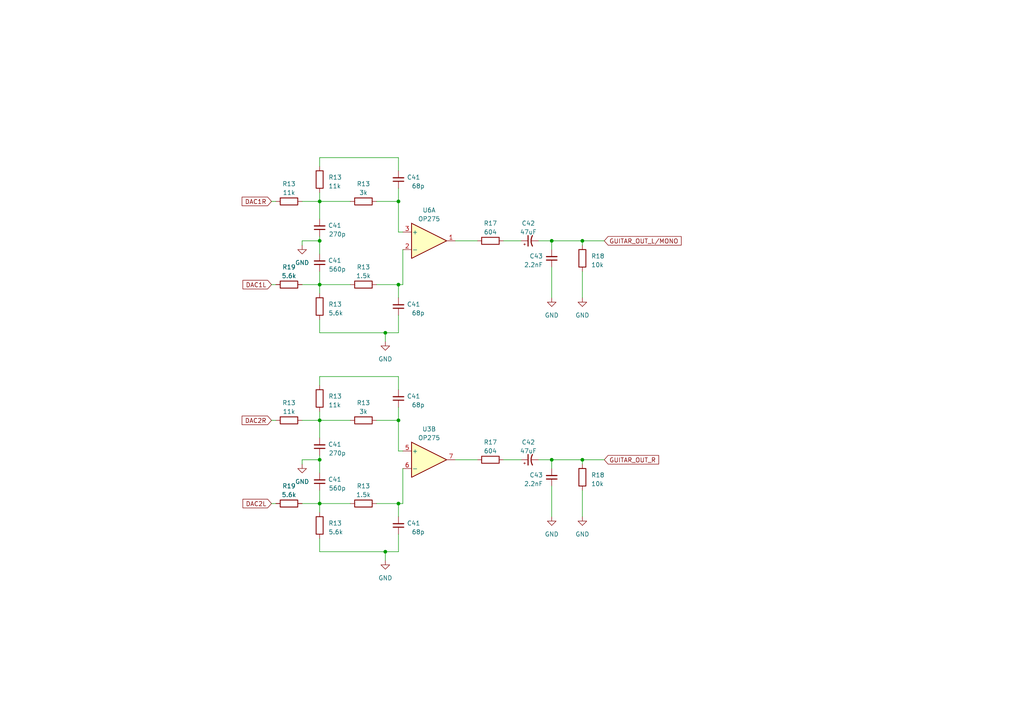
<source format=kicad_sch>
(kicad_sch (version 20230121) (generator eeschema)

  (uuid 214f6420-9ae0-40d6-a86d-5a98676175e9)

  (paper "A4")

  (lib_symbols
    (symbol "Amplifier_Operational:OP275" (pin_names (offset 0.127)) (in_bom yes) (on_board yes)
      (property "Reference" "U" (at 0 5.08 0)
        (effects (font (size 1.27 1.27)) (justify left))
      )
      (property "Value" "OP275" (at 0 -5.08 0)
        (effects (font (size 1.27 1.27)) (justify left))
      )
      (property "Footprint" "" (at 0 0 0)
        (effects (font (size 1.27 1.27)) hide)
      )
      (property "Datasheet" "https://www.analog.com/media/en/technical-documentation/data-sheets/OP275.pdf" (at 0 0 0)
        (effects (font (size 1.27 1.27)) hide)
      )
      (property "ki_locked" "" (at 0 0 0)
        (effects (font (size 1.27 1.27)))
      )
      (property "ki_keywords" "dual opamp" (at 0 0 0)
        (effects (font (size 1.27 1.27)) hide)
      )
      (property "ki_description" "Dual Bipolar/JFET, Audio Operational Amplifier, DIP-8/SOIC-8" (at 0 0 0)
        (effects (font (size 1.27 1.27)) hide)
      )
      (property "ki_fp_filters" "SOIC*3.9x4.9mm*P1.27mm* DIP*W7.62mm* TO*99* OnSemi*Micro8* TSSOP*3x3mm*P0.65mm* TSSOP*4.4x3mm*P0.65mm* MSOP*3x3mm*P0.65mm* SSOP*3.9x4.9mm*P0.635mm* LFCSP*2x2mm*P0.5mm* *SIP* SOIC*5.3x6.2mm*P1.27mm*" (at 0 0 0)
        (effects (font (size 1.27 1.27)) hide)
      )
      (symbol "OP275_1_1"
        (polyline
          (pts
            (xy -5.08 5.08)
            (xy 5.08 0)
            (xy -5.08 -5.08)
            (xy -5.08 5.08)
          )
          (stroke (width 0.254) (type default))
          (fill (type background))
        )
        (pin output line (at 7.62 0 180) (length 2.54)
          (name "~" (effects (font (size 1.27 1.27))))
          (number "1" (effects (font (size 1.27 1.27))))
        )
        (pin input line (at -7.62 -2.54 0) (length 2.54)
          (name "-" (effects (font (size 1.27 1.27))))
          (number "2" (effects (font (size 1.27 1.27))))
        )
        (pin input line (at -7.62 2.54 0) (length 2.54)
          (name "+" (effects (font (size 1.27 1.27))))
          (number "3" (effects (font (size 1.27 1.27))))
        )
      )
      (symbol "OP275_2_1"
        (polyline
          (pts
            (xy -5.08 5.08)
            (xy 5.08 0)
            (xy -5.08 -5.08)
            (xy -5.08 5.08)
          )
          (stroke (width 0.254) (type default))
          (fill (type background))
        )
        (pin input line (at -7.62 2.54 0) (length 2.54)
          (name "+" (effects (font (size 1.27 1.27))))
          (number "5" (effects (font (size 1.27 1.27))))
        )
        (pin input line (at -7.62 -2.54 0) (length 2.54)
          (name "-" (effects (font (size 1.27 1.27))))
          (number "6" (effects (font (size 1.27 1.27))))
        )
        (pin output line (at 7.62 0 180) (length 2.54)
          (name "~" (effects (font (size 1.27 1.27))))
          (number "7" (effects (font (size 1.27 1.27))))
        )
      )
      (symbol "OP275_3_1"
        (pin power_in line (at -2.54 -7.62 90) (length 3.81)
          (name "V-" (effects (font (size 1.27 1.27))))
          (number "4" (effects (font (size 1.27 1.27))))
        )
        (pin power_in line (at -2.54 7.62 270) (length 3.81)
          (name "V+" (effects (font (size 1.27 1.27))))
          (number "8" (effects (font (size 1.27 1.27))))
        )
      )
    )
    (symbol "Device:C_Polarized_Small_US" (pin_numbers hide) (pin_names (offset 0.254) hide) (in_bom yes) (on_board yes)
      (property "Reference" "C" (at 0.254 1.778 0)
        (effects (font (size 1.27 1.27)) (justify left))
      )
      (property "Value" "C_Polarized_Small_US" (at 0.254 -2.032 0)
        (effects (font (size 1.27 1.27)) (justify left))
      )
      (property "Footprint" "" (at 0 0 0)
        (effects (font (size 1.27 1.27)) hide)
      )
      (property "Datasheet" "~" (at 0 0 0)
        (effects (font (size 1.27 1.27)) hide)
      )
      (property "ki_keywords" "cap capacitor" (at 0 0 0)
        (effects (font (size 1.27 1.27)) hide)
      )
      (property "ki_description" "Polarized capacitor, small US symbol" (at 0 0 0)
        (effects (font (size 1.27 1.27)) hide)
      )
      (property "ki_fp_filters" "CP_*" (at 0 0 0)
        (effects (font (size 1.27 1.27)) hide)
      )
      (symbol "C_Polarized_Small_US_0_1"
        (polyline
          (pts
            (xy -1.524 0.508)
            (xy 1.524 0.508)
          )
          (stroke (width 0.3048) (type default))
          (fill (type none))
        )
        (polyline
          (pts
            (xy -1.27 1.524)
            (xy -0.762 1.524)
          )
          (stroke (width 0) (type default))
          (fill (type none))
        )
        (polyline
          (pts
            (xy -1.016 1.27)
            (xy -1.016 1.778)
          )
          (stroke (width 0) (type default))
          (fill (type none))
        )
        (arc (start 1.524 -0.762) (mid 0 -0.3734) (end -1.524 -0.762)
          (stroke (width 0.3048) (type default))
          (fill (type none))
        )
      )
      (symbol "C_Polarized_Small_US_1_1"
        (pin passive line (at 0 2.54 270) (length 2.032)
          (name "~" (effects (font (size 1.27 1.27))))
          (number "1" (effects (font (size 1.27 1.27))))
        )
        (pin passive line (at 0 -2.54 90) (length 2.032)
          (name "~" (effects (font (size 1.27 1.27))))
          (number "2" (effects (font (size 1.27 1.27))))
        )
      )
    )
    (symbol "Device:C_Small" (pin_numbers hide) (pin_names (offset 0.254) hide) (in_bom yes) (on_board yes)
      (property "Reference" "C" (at 0.254 1.778 0)
        (effects (font (size 1.27 1.27)) (justify left))
      )
      (property "Value" "C_Small" (at 0.254 -2.032 0)
        (effects (font (size 1.27 1.27)) (justify left))
      )
      (property "Footprint" "" (at 0 0 0)
        (effects (font (size 1.27 1.27)) hide)
      )
      (property "Datasheet" "~" (at 0 0 0)
        (effects (font (size 1.27 1.27)) hide)
      )
      (property "ki_keywords" "capacitor cap" (at 0 0 0)
        (effects (font (size 1.27 1.27)) hide)
      )
      (property "ki_description" "Unpolarized capacitor, small symbol" (at 0 0 0)
        (effects (font (size 1.27 1.27)) hide)
      )
      (property "ki_fp_filters" "C_*" (at 0 0 0)
        (effects (font (size 1.27 1.27)) hide)
      )
      (symbol "C_Small_0_1"
        (polyline
          (pts
            (xy -1.524 -0.508)
            (xy 1.524 -0.508)
          )
          (stroke (width 0.3302) (type default))
          (fill (type none))
        )
        (polyline
          (pts
            (xy -1.524 0.508)
            (xy 1.524 0.508)
          )
          (stroke (width 0.3048) (type default))
          (fill (type none))
        )
      )
      (symbol "C_Small_1_1"
        (pin passive line (at 0 2.54 270) (length 2.032)
          (name "~" (effects (font (size 1.27 1.27))))
          (number "1" (effects (font (size 1.27 1.27))))
        )
        (pin passive line (at 0 -2.54 90) (length 2.032)
          (name "~" (effects (font (size 1.27 1.27))))
          (number "2" (effects (font (size 1.27 1.27))))
        )
      )
    )
    (symbol "Device:R" (pin_numbers hide) (pin_names (offset 0)) (in_bom yes) (on_board yes)
      (property "Reference" "R" (at 2.032 0 90)
        (effects (font (size 1.27 1.27)))
      )
      (property "Value" "R" (at 0 0 90)
        (effects (font (size 1.27 1.27)))
      )
      (property "Footprint" "" (at -1.778 0 90)
        (effects (font (size 1.27 1.27)) hide)
      )
      (property "Datasheet" "~" (at 0 0 0)
        (effects (font (size 1.27 1.27)) hide)
      )
      (property "ki_keywords" "R res resistor" (at 0 0 0)
        (effects (font (size 1.27 1.27)) hide)
      )
      (property "ki_description" "Resistor" (at 0 0 0)
        (effects (font (size 1.27 1.27)) hide)
      )
      (property "ki_fp_filters" "R_*" (at 0 0 0)
        (effects (font (size 1.27 1.27)) hide)
      )
      (symbol "R_0_1"
        (rectangle (start -1.016 -2.54) (end 1.016 2.54)
          (stroke (width 0.254) (type default))
          (fill (type none))
        )
      )
      (symbol "R_1_1"
        (pin passive line (at 0 3.81 270) (length 1.27)
          (name "~" (effects (font (size 1.27 1.27))))
          (number "1" (effects (font (size 1.27 1.27))))
        )
        (pin passive line (at 0 -3.81 90) (length 1.27)
          (name "~" (effects (font (size 1.27 1.27))))
          (number "2" (effects (font (size 1.27 1.27))))
        )
      )
    )
    (symbol "power:GND" (power) (pin_names (offset 0)) (in_bom yes) (on_board yes)
      (property "Reference" "#PWR" (at 0 -6.35 0)
        (effects (font (size 1.27 1.27)) hide)
      )
      (property "Value" "GND" (at 0 -3.81 0)
        (effects (font (size 1.27 1.27)))
      )
      (property "Footprint" "" (at 0 0 0)
        (effects (font (size 1.27 1.27)) hide)
      )
      (property "Datasheet" "" (at 0 0 0)
        (effects (font (size 1.27 1.27)) hide)
      )
      (property "ki_keywords" "global power" (at 0 0 0)
        (effects (font (size 1.27 1.27)) hide)
      )
      (property "ki_description" "Power symbol creates a global label with name \"GND\" , ground" (at 0 0 0)
        (effects (font (size 1.27 1.27)) hide)
      )
      (symbol "GND_0_1"
        (polyline
          (pts
            (xy 0 0)
            (xy 0 -1.27)
            (xy 1.27 -1.27)
            (xy 0 -2.54)
            (xy -1.27 -1.27)
            (xy 0 -1.27)
          )
          (stroke (width 0) (type default))
          (fill (type none))
        )
      )
      (symbol "GND_1_1"
        (pin power_in line (at 0 0 270) (length 0) hide
          (name "GND" (effects (font (size 1.27 1.27))))
          (number "1" (effects (font (size 1.27 1.27))))
        )
      )
    )
  )

  (junction (at 92.71 69.85) (diameter 0) (color 0 0 0 0)
    (uuid 0aa0f85d-5fd7-4ae1-9c5f-d29c762d2133)
  )
  (junction (at 92.71 82.55) (diameter 0) (color 0 0 0 0)
    (uuid 0d47c757-4db6-465d-bfbf-5e783bec87d7)
  )
  (junction (at 160.02 69.85) (diameter 0) (color 0 0 0 0)
    (uuid 0ddf3788-4096-46b0-b002-9345bfd03361)
  )
  (junction (at 111.76 160.02) (diameter 0) (color 0 0 0 0)
    (uuid 3da1b427-cad5-42a3-b10b-23619639b133)
  )
  (junction (at 111.76 96.52) (diameter 0) (color 0 0 0 0)
    (uuid 509015ed-a428-430a-82d6-9a358e124425)
  )
  (junction (at 92.71 121.92) (diameter 0) (color 0 0 0 0)
    (uuid 523879c1-9892-4c67-94c5-d9ca0a3546fe)
  )
  (junction (at 115.57 58.42) (diameter 0) (color 0 0 0 0)
    (uuid 7f9b0ea5-78e5-4fc4-9bf8-9173a0fc7e42)
  )
  (junction (at 160.02 133.35) (diameter 0) (color 0 0 0 0)
    (uuid 823ea308-d6ec-416b-acd3-b36e6e260df4)
  )
  (junction (at 168.91 69.85) (diameter 0) (color 0 0 0 0)
    (uuid 93197bdc-0bad-466b-8092-272a2698f3c3)
  )
  (junction (at 92.71 146.05) (diameter 0) (color 0 0 0 0)
    (uuid a658ff07-2ccf-4bc1-ae07-bb5564d1b0d1)
  )
  (junction (at 115.57 82.55) (diameter 0) (color 0 0 0 0)
    (uuid a9842b3e-2b38-4002-b893-039221c52ab7)
  )
  (junction (at 115.57 146.05) (diameter 0) (color 0 0 0 0)
    (uuid ab722e16-a1b4-4e94-a7a5-185ff968d0e5)
  )
  (junction (at 92.71 133.35) (diameter 0) (color 0 0 0 0)
    (uuid b80cbae2-9386-420c-9c7b-503c5438543b)
  )
  (junction (at 115.57 121.92) (diameter 0) (color 0 0 0 0)
    (uuid c52606a4-1d18-441b-806f-31f1f3d4d688)
  )
  (junction (at 168.91 133.35) (diameter 0) (color 0 0 0 0)
    (uuid c9016981-9605-455f-9d32-3befe64024d7)
  )
  (junction (at 92.71 58.42) (diameter 0) (color 0 0 0 0)
    (uuid e655c22a-9e62-4dbe-8fa6-c1a8d26b3eca)
  )

  (wire (pts (xy 87.63 133.35) (xy 92.71 133.35))
    (stroke (width 0) (type default))
    (uuid 002952d7-474e-4f13-9c13-dac7f0252fac)
  )
  (wire (pts (xy 116.84 72.39) (xy 116.84 82.55))
    (stroke (width 0) (type default))
    (uuid 01d05b63-a2c6-4f7e-8d46-e8d9783c8702)
  )
  (wire (pts (xy 146.05 133.35) (xy 151.13 133.35))
    (stroke (width 0) (type default))
    (uuid 04d1cb22-8dc9-4fb8-8b88-25827a6e6c67)
  )
  (wire (pts (xy 168.91 78.74) (xy 168.91 86.36))
    (stroke (width 0) (type default))
    (uuid 06175915-b009-48d3-835f-d6a78caa07c7)
  )
  (wire (pts (xy 92.71 132.08) (xy 92.71 133.35))
    (stroke (width 0) (type default))
    (uuid 081e4480-89f3-423c-a207-c92b945f729c)
  )
  (wire (pts (xy 116.84 135.89) (xy 116.84 146.05))
    (stroke (width 0) (type default))
    (uuid 0c4109ab-96d9-435f-b305-2c45c31c6518)
  )
  (wire (pts (xy 92.71 82.55) (xy 92.71 85.09))
    (stroke (width 0) (type default))
    (uuid 0c5aeeed-a61c-41c3-b65f-ceb7a078ae09)
  )
  (wire (pts (xy 92.71 68.58) (xy 92.71 69.85))
    (stroke (width 0) (type default))
    (uuid 0cba5f8a-6678-42c0-a7fb-0e67784f04f9)
  )
  (wire (pts (xy 115.57 58.42) (xy 109.22 58.42))
    (stroke (width 0) (type default))
    (uuid 0e5207ec-92e2-493a-9066-1643ad69cd93)
  )
  (wire (pts (xy 92.71 45.72) (xy 115.57 45.72))
    (stroke (width 0) (type default))
    (uuid 146f4565-b9ff-4f62-96b5-79dae7171edf)
  )
  (wire (pts (xy 109.22 82.55) (xy 115.57 82.55))
    (stroke (width 0) (type default))
    (uuid 18e2af8e-60a7-4610-9b9f-d31cba97a7c9)
  )
  (wire (pts (xy 111.76 96.52) (xy 115.57 96.52))
    (stroke (width 0) (type default))
    (uuid 1a82040a-2096-43b4-bba8-dab1e916d2dc)
  )
  (wire (pts (xy 168.91 142.24) (xy 168.91 149.86))
    (stroke (width 0) (type default))
    (uuid 1ac01676-90c8-4956-815a-c3f54348378c)
  )
  (wire (pts (xy 115.57 118.11) (xy 115.57 121.92))
    (stroke (width 0) (type default))
    (uuid 1d9af8cc-6261-4bac-bc97-74fbc084f9d1)
  )
  (wire (pts (xy 87.63 69.85) (xy 92.71 69.85))
    (stroke (width 0) (type default))
    (uuid 205fb28c-d3e4-493a-a927-f16f37822875)
  )
  (wire (pts (xy 160.02 133.35) (xy 160.02 135.89))
    (stroke (width 0) (type default))
    (uuid 22551e9f-a1d8-4700-9ff1-6b3ebeb49dfe)
  )
  (wire (pts (xy 87.63 71.12) (xy 87.63 69.85))
    (stroke (width 0) (type default))
    (uuid 23408bc9-ed5b-4e6b-a752-06165bd4c7ec)
  )
  (wire (pts (xy 146.05 69.85) (xy 151.13 69.85))
    (stroke (width 0) (type default))
    (uuid 2554fcfd-31d2-46b3-ae40-f331b7188818)
  )
  (wire (pts (xy 92.71 121.92) (xy 92.71 127))
    (stroke (width 0) (type default))
    (uuid 264c2fed-ec5c-480f-8aee-6823032287f8)
  )
  (wire (pts (xy 92.71 111.76) (xy 92.71 109.22))
    (stroke (width 0) (type default))
    (uuid 2836f0b5-ad16-40cc-b97b-d13b3fede454)
  )
  (wire (pts (xy 160.02 77.47) (xy 160.02 86.36))
    (stroke (width 0) (type default))
    (uuid 2c28bc03-b959-453c-8d1e-9db1fdbd5c0a)
  )
  (wire (pts (xy 87.63 58.42) (xy 92.71 58.42))
    (stroke (width 0) (type default))
    (uuid 2d1b4f8e-82d7-4657-997d-f8dd605a75bb)
  )
  (wire (pts (xy 116.84 130.81) (xy 115.57 130.81))
    (stroke (width 0) (type default))
    (uuid 2da25e24-32a3-43fb-97c3-6b124729ab9a)
  )
  (wire (pts (xy 111.76 160.02) (xy 115.57 160.02))
    (stroke (width 0) (type default))
    (uuid 2f52c959-563c-4ae1-9de1-9aa536d1b8e6)
  )
  (wire (pts (xy 78.74 121.92) (xy 80.01 121.92))
    (stroke (width 0) (type default))
    (uuid 305eb70c-9e3f-4ad3-85df-7434a9c38ac3)
  )
  (wire (pts (xy 92.71 69.85) (xy 92.71 73.66))
    (stroke (width 0) (type default))
    (uuid 342bcfa2-b881-4a52-a09d-1f6f443d3446)
  )
  (wire (pts (xy 168.91 69.85) (xy 168.91 71.12))
    (stroke (width 0) (type default))
    (uuid 397b5426-f6e6-4866-bf3e-f25f1fd7691e)
  )
  (wire (pts (xy 87.63 134.62) (xy 87.63 133.35))
    (stroke (width 0) (type default))
    (uuid 4176a556-f06a-42fe-9657-b1c8b93cd0e9)
  )
  (wire (pts (xy 132.08 69.85) (xy 138.43 69.85))
    (stroke (width 0) (type default))
    (uuid 423ddc9d-7b60-4ebb-a335-479b8a2ba4dd)
  )
  (wire (pts (xy 115.57 146.05) (xy 115.57 149.86))
    (stroke (width 0) (type default))
    (uuid 44bbe8e6-73c3-49bd-a48f-93c3a166367d)
  )
  (wire (pts (xy 115.57 109.22) (xy 115.57 113.03))
    (stroke (width 0) (type default))
    (uuid 4644cf14-1966-4554-a751-07a6cb53ecea)
  )
  (wire (pts (xy 92.71 109.22) (xy 115.57 109.22))
    (stroke (width 0) (type default))
    (uuid 4ddaecb1-c63a-4b11-b20f-24673d63a1f5)
  )
  (wire (pts (xy 92.71 58.42) (xy 101.6 58.42))
    (stroke (width 0) (type default))
    (uuid 4fad18f1-1738-403e-8e92-d04b9e836f91)
  )
  (wire (pts (xy 92.71 142.24) (xy 92.71 146.05))
    (stroke (width 0) (type default))
    (uuid 59b5aaef-905c-4f37-9adf-f4dc5098f665)
  )
  (wire (pts (xy 168.91 133.35) (xy 175.26 133.35))
    (stroke (width 0) (type default))
    (uuid 5a0d673f-de36-404e-a8fa-e1656567bf8a)
  )
  (wire (pts (xy 87.63 121.92) (xy 92.71 121.92))
    (stroke (width 0) (type default))
    (uuid 626be415-728e-4618-903f-7167eca82346)
  )
  (wire (pts (xy 115.57 82.55) (xy 116.84 82.55))
    (stroke (width 0) (type default))
    (uuid 6726c8cd-afe1-4be4-8409-4e8ea1908ce7)
  )
  (wire (pts (xy 168.91 133.35) (xy 168.91 134.62))
    (stroke (width 0) (type default))
    (uuid 69620d7b-e3a5-4cb1-abc4-62a850b44357)
  )
  (wire (pts (xy 92.71 92.71) (xy 92.71 96.52))
    (stroke (width 0) (type default))
    (uuid 6e7f1bc0-4cc6-490a-9662-73b8708bc000)
  )
  (wire (pts (xy 115.57 146.05) (xy 116.84 146.05))
    (stroke (width 0) (type default))
    (uuid 70529023-e055-422b-a8fd-02b52c218732)
  )
  (wire (pts (xy 92.71 48.26) (xy 92.71 45.72))
    (stroke (width 0) (type default))
    (uuid 772a3ee8-dfe2-4de1-b987-7cfedd9af0ee)
  )
  (wire (pts (xy 92.71 146.05) (xy 92.71 148.59))
    (stroke (width 0) (type default))
    (uuid 7b7a3394-2e93-4d2a-b1d0-ecb3d0d44d00)
  )
  (wire (pts (xy 115.57 91.44) (xy 115.57 96.52))
    (stroke (width 0) (type default))
    (uuid 80dc3b15-779b-4b63-9244-1e06993e197d)
  )
  (wire (pts (xy 78.74 146.05) (xy 80.01 146.05))
    (stroke (width 0) (type default))
    (uuid 8163f45f-21e2-4bf1-b53e-410a7626ce76)
  )
  (wire (pts (xy 92.71 55.88) (xy 92.71 58.42))
    (stroke (width 0) (type default))
    (uuid 89e6fa36-42ae-434e-aa57-660ecaf23543)
  )
  (wire (pts (xy 78.74 58.42) (xy 80.01 58.42))
    (stroke (width 0) (type default))
    (uuid 90a626e1-98b1-470f-a900-8f3cb5883289)
  )
  (wire (pts (xy 115.57 45.72) (xy 115.57 49.53))
    (stroke (width 0) (type default))
    (uuid 94ed23c3-eaed-4696-b55f-21ca8bed7445)
  )
  (wire (pts (xy 92.71 121.92) (xy 101.6 121.92))
    (stroke (width 0) (type default))
    (uuid 97653359-1dff-430e-a60a-ef1a0fd6ce4d)
  )
  (wire (pts (xy 87.63 146.05) (xy 92.71 146.05))
    (stroke (width 0) (type default))
    (uuid 99b7bfd5-2189-43fa-8470-6ba9654fd62c)
  )
  (wire (pts (xy 92.71 133.35) (xy 92.71 137.16))
    (stroke (width 0) (type default))
    (uuid 9d083aa0-afc4-4c4a-9ae6-ce6c6c212e1b)
  )
  (wire (pts (xy 115.57 121.92) (xy 109.22 121.92))
    (stroke (width 0) (type default))
    (uuid a14ed535-51ea-4ca0-b91a-9ce72665527c)
  )
  (wire (pts (xy 87.63 82.55) (xy 92.71 82.55))
    (stroke (width 0) (type default))
    (uuid a1ee8446-cc7c-4398-9103-7444361c4c14)
  )
  (wire (pts (xy 115.57 67.31) (xy 115.57 58.42))
    (stroke (width 0) (type default))
    (uuid a29233b0-da71-481b-a3c6-8b589d38ff0e)
  )
  (wire (pts (xy 132.08 133.35) (xy 138.43 133.35))
    (stroke (width 0) (type default))
    (uuid a2e58759-f7bc-492f-b04f-b8529e8be537)
  )
  (wire (pts (xy 160.02 133.35) (xy 168.91 133.35))
    (stroke (width 0) (type default))
    (uuid a47282d0-5904-4173-8e34-21b7783a289c)
  )
  (wire (pts (xy 78.74 82.55) (xy 80.01 82.55))
    (stroke (width 0) (type default))
    (uuid a5a1f120-5426-49f1-b40c-6cd8acbc774a)
  )
  (wire (pts (xy 115.57 54.61) (xy 115.57 58.42))
    (stroke (width 0) (type default))
    (uuid a6e52ede-8def-496a-99db-d78810f77916)
  )
  (wire (pts (xy 168.91 69.85) (xy 175.26 69.85))
    (stroke (width 0) (type default))
    (uuid a92951c5-3e92-41ea-a369-89f54009e011)
  )
  (wire (pts (xy 116.84 67.31) (xy 115.57 67.31))
    (stroke (width 0) (type default))
    (uuid a99f479f-7896-499e-ac97-0d0d5746ca57)
  )
  (wire (pts (xy 115.57 130.81) (xy 115.57 121.92))
    (stroke (width 0) (type default))
    (uuid ace5f2ca-334e-4e0e-abcf-365dcbdae3c3)
  )
  (wire (pts (xy 92.71 156.21) (xy 92.71 160.02))
    (stroke (width 0) (type default))
    (uuid b7922647-170c-4fef-9d77-2eeca5af4165)
  )
  (wire (pts (xy 160.02 140.97) (xy 160.02 149.86))
    (stroke (width 0) (type default))
    (uuid b85c2e7b-9e78-4438-b4dd-12150558d8e8)
  )
  (wire (pts (xy 115.57 82.55) (xy 115.57 86.36))
    (stroke (width 0) (type default))
    (uuid b99ef3a6-8314-4247-a5a0-a5ae7d8ebdec)
  )
  (wire (pts (xy 109.22 146.05) (xy 115.57 146.05))
    (stroke (width 0) (type default))
    (uuid bc566aa7-1167-491a-9225-c8874c8891d3)
  )
  (wire (pts (xy 111.76 96.52) (xy 111.76 99.06))
    (stroke (width 0) (type default))
    (uuid c14ad3c3-283f-4822-89de-e4af13c3e1f7)
  )
  (wire (pts (xy 160.02 69.85) (xy 168.91 69.85))
    (stroke (width 0) (type default))
    (uuid c2f562af-cf2a-43ee-8443-035f9ba989bd)
  )
  (wire (pts (xy 156.21 69.85) (xy 160.02 69.85))
    (stroke (width 0) (type default))
    (uuid c3cf6638-00eb-4a9d-a1db-9ff4fb205aae)
  )
  (wire (pts (xy 92.71 119.38) (xy 92.71 121.92))
    (stroke (width 0) (type default))
    (uuid d3480c92-f56f-49e2-9fe4-37eba0be6d88)
  )
  (wire (pts (xy 92.71 78.74) (xy 92.71 82.55))
    (stroke (width 0) (type default))
    (uuid d650488d-bcc4-4254-b66f-860ea59e7b8d)
  )
  (wire (pts (xy 92.71 58.42) (xy 92.71 63.5))
    (stroke (width 0) (type default))
    (uuid db01f132-234a-4f80-91fd-94ed3767079a)
  )
  (wire (pts (xy 115.57 154.94) (xy 115.57 160.02))
    (stroke (width 0) (type default))
    (uuid dd5403aa-287e-41d2-8b17-333b43e0a30c)
  )
  (wire (pts (xy 156.21 133.35) (xy 160.02 133.35))
    (stroke (width 0) (type default))
    (uuid de6d1b95-c302-4361-a07c-f522a0a0f0d7)
  )
  (wire (pts (xy 92.71 160.02) (xy 111.76 160.02))
    (stroke (width 0) (type default))
    (uuid e3b2447c-0030-44ef-8374-95c950bd0ed9)
  )
  (wire (pts (xy 92.71 82.55) (xy 101.6 82.55))
    (stroke (width 0) (type default))
    (uuid e49c5c03-e23b-47e2-90ec-e9c1e20c7f32)
  )
  (wire (pts (xy 92.71 146.05) (xy 101.6 146.05))
    (stroke (width 0) (type default))
    (uuid e763fc60-bd70-4d44-b10b-8c1873b2bfad)
  )
  (wire (pts (xy 111.76 160.02) (xy 111.76 162.56))
    (stroke (width 0) (type default))
    (uuid f5182e02-aa21-4dc2-baeb-fc6910dbff57)
  )
  (wire (pts (xy 160.02 69.85) (xy 160.02 72.39))
    (stroke (width 0) (type default))
    (uuid f6210261-b9f8-45b6-bb53-689b82dcb30d)
  )
  (wire (pts (xy 92.71 96.52) (xy 111.76 96.52))
    (stroke (width 0) (type default))
    (uuid fafef31a-98c0-423b-b8e0-291ae755ba5a)
  )

  (global_label "GUITAR_OUT_L{slash}MONO" (shape input) (at 175.26 69.85 0) (fields_autoplaced)
    (effects (font (size 1.27 1.27)) (justify left))
    (uuid 348ca9c7-ec25-4c14-809a-7a5cde488130)
    (property "Intersheetrefs" "${INTERSHEET_REFS}" (at 198.0626 69.85 0)
      (effects (font (size 1.27 1.27)) (justify left) hide)
    )
  )
  (global_label "GUITAR_OUT_R" (shape input) (at 175.26 133.35 0) (fields_autoplaced)
    (effects (font (size 1.27 1.27)) (justify left))
    (uuid 49e093e7-0db4-4ca8-be1f-b3d38780cbdf)
    (property "Intersheetrefs" "${INTERSHEET_REFS}" (at 191.5311 133.35 0)
      (effects (font (size 1.27 1.27)) (justify left) hide)
    )
  )
  (global_label "DAC1R" (shape input) (at 78.74 58.42 180) (fields_autoplaced)
    (effects (font (size 1.27 1.27)) (justify right))
    (uuid 8181edef-272e-4001-a4ff-93211ec7c9a7)
    (property "Intersheetrefs" "${INTERSHEET_REFS}" (at 69.7261 58.42 0)
      (effects (font (size 1.27 1.27)) (justify right) hide)
    )
  )
  (global_label "DAC1L" (shape input) (at 78.74 82.55 180) (fields_autoplaced)
    (effects (font (size 1.27 1.27)) (justify right))
    (uuid 8b8ddfa0-0e19-4e0b-be80-911ad8b0e6fb)
    (property "Intersheetrefs" "${INTERSHEET_REFS}" (at 69.968 82.55 0)
      (effects (font (size 1.27 1.27)) (justify right) hide)
    )
  )
  (global_label "DAC2R" (shape input) (at 78.74 121.92 180) (fields_autoplaced)
    (effects (font (size 1.27 1.27)) (justify right))
    (uuid 906038af-5bd4-48ca-9ec5-95f9bf557ddb)
    (property "Intersheetrefs" "${INTERSHEET_REFS}" (at 69.7261 121.92 0)
      (effects (font (size 1.27 1.27)) (justify right) hide)
    )
  )
  (global_label "DAC2L" (shape input) (at 78.74 146.05 180) (fields_autoplaced)
    (effects (font (size 1.27 1.27)) (justify right))
    (uuid a36bce0f-5db2-4dc5-828b-3894191c171b)
    (property "Intersheetrefs" "${INTERSHEET_REFS}" (at 69.968 146.05 0)
      (effects (font (size 1.27 1.27)) (justify right) hide)
    )
  )

  (symbol (lib_id "Amplifier_Operational:OP275") (at 124.46 69.85 0) (unit 1)
    (in_bom yes) (on_board yes) (dnp no) (fields_autoplaced)
    (uuid 06d38485-8940-43cc-9382-f92eb7222491)
    (property "Reference" "U6" (at 124.46 60.96 0)
      (effects (font (size 1.27 1.27)))
    )
    (property "Value" "OP275" (at 124.46 63.5 0)
      (effects (font (size 1.27 1.27)))
    )
    (property "Footprint" "" (at 124.46 69.85 0)
      (effects (font (size 1.27 1.27)) hide)
    )
    (property "Datasheet" "https://www.analog.com/media/en/technical-documentation/data-sheets/OP275.pdf" (at 124.46 69.85 0)
      (effects (font (size 1.27 1.27)) hide)
    )
    (pin "1" (uuid 424c8396-fba1-4db0-8bda-235e74b7a9e6))
    (pin "2" (uuid 65c00a78-2561-4b23-a826-b0b606c86a37))
    (pin "3" (uuid ce90479f-0930-472b-b3bb-f22bd1041a78))
    (pin "5" (uuid d2c59532-37d0-45b1-a0dc-b2919c1c26f3))
    (pin "6" (uuid b31d56b3-2ecc-49cf-9227-78f0ee6e9c07))
    (pin "7" (uuid 01f8db15-4577-4958-8b57-63cd1a984ee8))
    (pin "4" (uuid d61b6321-200a-4fea-a7c8-873cbfa8ee69))
    (pin "8" (uuid 8f8dd157-d868-433d-9779-1c2d8447919d))
    (instances
      (project "stm_audio_board_V2"
        (path "/6997cf63-2615-4e49-9471-e7da1b6bae71/83920463-7bb1-4088-aad8-702bcdea14ea"
          (reference "U6") (unit 1)
        )
      )
    )
  )

  (symbol (lib_id "Device:C_Small") (at 160.02 74.93 0) (mirror x) (unit 1)
    (in_bom yes) (on_board yes) (dnp no) (fields_autoplaced)
    (uuid 14fedcaf-b131-42f4-b7b8-a39530f3a395)
    (property "Reference" "C43" (at 157.48 74.2886 0)
      (effects (font (size 1.27 1.27)) (justify right))
    )
    (property "Value" "2.2nF" (at 157.48 76.8286 0)
      (effects (font (size 1.27 1.27)) (justify right))
    )
    (property "Footprint" "Capacitor_SMD:C_0603_1608Metric_Pad1.08x0.95mm_HandSolder" (at 160.02 74.93 0)
      (effects (font (size 1.27 1.27)) hide)
    )
    (property "Datasheet" "~" (at 160.02 74.93 0)
      (effects (font (size 1.27 1.27)) hide)
    )
    (pin "1" (uuid 546a2b2c-6511-4272-be87-dc03c43e3072))
    (pin "2" (uuid 837cd127-c9ac-449f-84e7-aa7411f49b97))
    (instances
      (project "stm_audio_board_V2"
        (path "/6997cf63-2615-4e49-9471-e7da1b6bae71"
          (reference "C43") (unit 1)
        )
        (path "/6997cf63-2615-4e49-9471-e7da1b6bae71/83920463-7bb1-4088-aad8-702bcdea14ea"
          (reference "C43") (unit 1)
        )
      )
    )
  )

  (symbol (lib_id "power:GND") (at 160.02 86.36 0) (unit 1)
    (in_bom yes) (on_board yes) (dnp no) (fields_autoplaced)
    (uuid 189fcadd-8d31-4594-9b7d-ad19613c047f)
    (property "Reference" "#PWR02" (at 160.02 92.71 0)
      (effects (font (size 1.27 1.27)) hide)
    )
    (property "Value" "GND" (at 160.02 91.44 0)
      (effects (font (size 1.27 1.27)))
    )
    (property "Footprint" "" (at 160.02 86.36 0)
      (effects (font (size 1.27 1.27)) hide)
    )
    (property "Datasheet" "" (at 160.02 86.36 0)
      (effects (font (size 1.27 1.27)) hide)
    )
    (pin "1" (uuid c9461b80-c288-42ff-b03e-91b511c162ad))
    (instances
      (project "stm_audio_board_V2"
        (path "/6997cf63-2615-4e49-9471-e7da1b6bae71"
          (reference "#PWR02") (unit 1)
        )
        (path "/6997cf63-2615-4e49-9471-e7da1b6bae71/2eb2ee8f-ab98-4666-97f0-bfacb073bc88"
          (reference "#PWR01") (unit 1)
        )
        (path "/6997cf63-2615-4e49-9471-e7da1b6bae71/83920463-7bb1-4088-aad8-702bcdea14ea"
          (reference "#PWR046") (unit 1)
        )
      )
    )
  )

  (symbol (lib_id "power:GND") (at 111.76 162.56 0) (unit 1)
    (in_bom yes) (on_board yes) (dnp no) (fields_autoplaced)
    (uuid 257d5e02-6514-4965-b521-ce6c28e6a3fc)
    (property "Reference" "#PWR02" (at 111.76 168.91 0)
      (effects (font (size 1.27 1.27)) hide)
    )
    (property "Value" "GND" (at 111.76 167.64 0)
      (effects (font (size 1.27 1.27)))
    )
    (property "Footprint" "" (at 111.76 162.56 0)
      (effects (font (size 1.27 1.27)) hide)
    )
    (property "Datasheet" "" (at 111.76 162.56 0)
      (effects (font (size 1.27 1.27)) hide)
    )
    (pin "1" (uuid 19d73c36-5b4f-4a7f-9d83-33f33f92aa92))
    (instances
      (project "stm_audio_board_V2"
        (path "/6997cf63-2615-4e49-9471-e7da1b6bae71"
          (reference "#PWR02") (unit 1)
        )
        (path "/6997cf63-2615-4e49-9471-e7da1b6bae71/2eb2ee8f-ab98-4666-97f0-bfacb073bc88"
          (reference "#PWR01") (unit 1)
        )
        (path "/6997cf63-2615-4e49-9471-e7da1b6bae71/83920463-7bb1-4088-aad8-702bcdea14ea"
          (reference "#PWR027") (unit 1)
        )
      )
    )
  )

  (symbol (lib_id "Device:R") (at 142.24 69.85 270) (unit 1)
    (in_bom yes) (on_board yes) (dnp no) (fields_autoplaced)
    (uuid 257de005-6aa8-4f76-9756-78b81dfc18ab)
    (property "Reference" "R17" (at 142.24 64.77 90)
      (effects (font (size 1.27 1.27)))
    )
    (property "Value" "604" (at 142.24 67.31 90)
      (effects (font (size 1.27 1.27)))
    )
    (property "Footprint" "Resistor_SMD:R_0805_2012Metric_Pad1.20x1.40mm_HandSolder" (at 142.24 68.072 90)
      (effects (font (size 1.27 1.27)) hide)
    )
    (property "Datasheet" "~" (at 142.24 69.85 0)
      (effects (font (size 1.27 1.27)) hide)
    )
    (pin "1" (uuid f93cb2c8-0604-4424-8dd0-c04e44180a66))
    (pin "2" (uuid 13aad965-862f-440e-bd55-ab7359e18811))
    (instances
      (project "stm_audio_board_V2"
        (path "/6997cf63-2615-4e49-9471-e7da1b6bae71"
          (reference "R17") (unit 1)
        )
        (path "/6997cf63-2615-4e49-9471-e7da1b6bae71/83920463-7bb1-4088-aad8-702bcdea14ea"
          (reference "R17") (unit 1)
        )
      )
    )
  )

  (symbol (lib_id "Device:C_Small") (at 92.71 139.7 0) (mirror x) (unit 1)
    (in_bom yes) (on_board yes) (dnp no)
    (uuid 305d6030-594e-4082-8acf-11d13f13bff9)
    (property "Reference" "C41" (at 99.06 139.0586 0)
      (effects (font (size 1.27 1.27)) (justify right))
    )
    (property "Value" "560p" (at 100.33 141.5986 0)
      (effects (font (size 1.27 1.27)) (justify right))
    )
    (property "Footprint" "Capacitor_SMD:C_0603_1608Metric_Pad1.08x0.95mm_HandSolder" (at 92.71 139.7 0)
      (effects (font (size 1.27 1.27)) hide)
    )
    (property "Datasheet" "~" (at 92.71 139.7 0)
      (effects (font (size 1.27 1.27)) hide)
    )
    (pin "1" (uuid 3fb23a39-2d4e-46ec-a070-77c9f9f9e75c))
    (pin "2" (uuid 57aaecaa-a8d2-4e5f-840c-96510472191e))
    (instances
      (project "stm_audio_board_V2"
        (path "/6997cf63-2615-4e49-9471-e7da1b6bae71"
          (reference "C41") (unit 1)
        )
        (path "/6997cf63-2615-4e49-9471-e7da1b6bae71/83920463-7bb1-4088-aad8-702bcdea14ea"
          (reference "C41") (unit 1)
        )
      )
    )
  )

  (symbol (lib_id "Device:C_Polarized_Small_US") (at 153.67 69.85 90) (unit 1)
    (in_bom yes) (on_board yes) (dnp no) (fields_autoplaced)
    (uuid 30939625-23c0-4e40-9fb0-16917187ccc1)
    (property "Reference" "C42" (at 153.2382 64.77 90)
      (effects (font (size 1.27 1.27)))
    )
    (property "Value" "47uF" (at 153.2382 67.31 90)
      (effects (font (size 1.27 1.27)))
    )
    (property "Footprint" "Capacitor_SMD:C_0805_2012Metric_Pad1.18x1.45mm_HandSolder" (at 153.67 69.85 0)
      (effects (font (size 1.27 1.27)) hide)
    )
    (property "Datasheet" "~" (at 153.67 69.85 0)
      (effects (font (size 1.27 1.27)) hide)
    )
    (pin "1" (uuid 086ffee6-6bf6-4ef0-9b27-6acdac9552a1))
    (pin "2" (uuid 989ccaf2-1eab-4019-849c-270c0a0faab6))
    (instances
      (project "stm_audio_board_V2"
        (path "/6997cf63-2615-4e49-9471-e7da1b6bae71"
          (reference "C42") (unit 1)
        )
        (path "/6997cf63-2615-4e49-9471-e7da1b6bae71/83920463-7bb1-4088-aad8-702bcdea14ea"
          (reference "C42") (unit 1)
        )
      )
    )
  )

  (symbol (lib_id "Device:R") (at 105.41 58.42 270) (unit 1)
    (in_bom yes) (on_board yes) (dnp no) (fields_autoplaced)
    (uuid 34c57f63-bb5b-45f0-a8ff-0e65363e98ff)
    (property "Reference" "R13" (at 105.41 53.34 90)
      (effects (font (size 1.27 1.27)))
    )
    (property "Value" "3k" (at 105.41 55.88 90)
      (effects (font (size 1.27 1.27)))
    )
    (property "Footprint" "Resistor_SMD:R_0805_2012Metric_Pad1.20x1.40mm_HandSolder" (at 105.41 56.642 90)
      (effects (font (size 1.27 1.27)) hide)
    )
    (property "Datasheet" "~" (at 105.41 58.42 0)
      (effects (font (size 1.27 1.27)) hide)
    )
    (pin "1" (uuid ce156e15-9627-4cf8-9ced-585bb00b9f1d))
    (pin "2" (uuid f1b17919-3e43-476d-a99e-6838735be709))
    (instances
      (project "stm_audio_board_V2"
        (path "/6997cf63-2615-4e49-9471-e7da1b6bae71"
          (reference "R13") (unit 1)
        )
        (path "/6997cf63-2615-4e49-9471-e7da1b6bae71/83920463-7bb1-4088-aad8-702bcdea14ea"
          (reference "R13") (unit 1)
        )
      )
    )
  )

  (symbol (lib_id "Device:R") (at 168.91 138.43 0) (unit 1)
    (in_bom yes) (on_board yes) (dnp no) (fields_autoplaced)
    (uuid 36094d92-a479-46f6-b317-ebdc4b8d0e4a)
    (property "Reference" "R18" (at 171.45 137.795 0)
      (effects (font (size 1.27 1.27)) (justify left))
    )
    (property "Value" "10k" (at 171.45 140.335 0)
      (effects (font (size 1.27 1.27)) (justify left))
    )
    (property "Footprint" "Resistor_SMD:R_0805_2012Metric_Pad1.20x1.40mm_HandSolder" (at 167.132 138.43 90)
      (effects (font (size 1.27 1.27)) hide)
    )
    (property "Datasheet" "~" (at 168.91 138.43 0)
      (effects (font (size 1.27 1.27)) hide)
    )
    (pin "1" (uuid 01249fb5-8788-491f-8a9a-eb5143e3fe4c))
    (pin "2" (uuid 047eeb51-cedc-4c92-9102-746e8e1e1a22))
    (instances
      (project "stm_audio_board_V2"
        (path "/6997cf63-2615-4e49-9471-e7da1b6bae71"
          (reference "R18") (unit 1)
        )
        (path "/6997cf63-2615-4e49-9471-e7da1b6bae71/83920463-7bb1-4088-aad8-702bcdea14ea"
          (reference "R24") (unit 1)
        )
      )
    )
  )

  (symbol (lib_id "Device:R") (at 92.71 52.07 180) (unit 1)
    (in_bom yes) (on_board yes) (dnp no) (fields_autoplaced)
    (uuid 3637fc4f-5ecc-466a-bc47-f84588d04ff3)
    (property "Reference" "R13" (at 95.25 51.435 0)
      (effects (font (size 1.27 1.27)) (justify right))
    )
    (property "Value" "11k" (at 95.25 53.975 0)
      (effects (font (size 1.27 1.27)) (justify right))
    )
    (property "Footprint" "Resistor_SMD:R_0805_2012Metric_Pad1.20x1.40mm_HandSolder" (at 94.488 52.07 90)
      (effects (font (size 1.27 1.27)) hide)
    )
    (property "Datasheet" "~" (at 92.71 52.07 0)
      (effects (font (size 1.27 1.27)) hide)
    )
    (pin "1" (uuid 9f28b570-12fc-40e6-820a-665ec930b7cc))
    (pin "2" (uuid 7371ae26-2bba-429d-b01b-ec12384a9ce2))
    (instances
      (project "stm_audio_board_V2"
        (path "/6997cf63-2615-4e49-9471-e7da1b6bae71"
          (reference "R13") (unit 1)
        )
        (path "/6997cf63-2615-4e49-9471-e7da1b6bae71/83920463-7bb1-4088-aad8-702bcdea14ea"
          (reference "R31") (unit 1)
        )
      )
    )
  )

  (symbol (lib_id "Device:R") (at 105.41 121.92 270) (unit 1)
    (in_bom yes) (on_board yes) (dnp no) (fields_autoplaced)
    (uuid 39913d03-abe4-4eaa-9308-4da43e7df292)
    (property "Reference" "R13" (at 105.41 116.84 90)
      (effects (font (size 1.27 1.27)))
    )
    (property "Value" "3k" (at 105.41 119.38 90)
      (effects (font (size 1.27 1.27)))
    )
    (property "Footprint" "Resistor_SMD:R_0805_2012Metric_Pad1.20x1.40mm_HandSolder" (at 105.41 120.142 90)
      (effects (font (size 1.27 1.27)) hide)
    )
    (property "Datasheet" "~" (at 105.41 121.92 0)
      (effects (font (size 1.27 1.27)) hide)
    )
    (pin "1" (uuid fed30710-b5ae-46d3-a706-c4d70a1f17c0))
    (pin "2" (uuid 21f797b1-929e-48d2-9a90-45d0a797deb1))
    (instances
      (project "stm_audio_board_V2"
        (path "/6997cf63-2615-4e49-9471-e7da1b6bae71"
          (reference "R13") (unit 1)
        )
        (path "/6997cf63-2615-4e49-9471-e7da1b6bae71/83920463-7bb1-4088-aad8-702bcdea14ea"
          (reference "R21") (unit 1)
        )
      )
    )
  )

  (symbol (lib_id "Device:C_Small") (at 115.57 88.9 0) (mirror x) (unit 1)
    (in_bom yes) (on_board yes) (dnp no)
    (uuid 4a878305-b351-4a00-8d9e-f600686b5f1d)
    (property "Reference" "C41" (at 121.92 88.2586 0)
      (effects (font (size 1.27 1.27)) (justify right))
    )
    (property "Value" "68p" (at 123.19 90.7986 0)
      (effects (font (size 1.27 1.27)) (justify right))
    )
    (property "Footprint" "Capacitor_SMD:C_0603_1608Metric_Pad1.08x0.95mm_HandSolder" (at 115.57 88.9 0)
      (effects (font (size 1.27 1.27)) hide)
    )
    (property "Datasheet" "~" (at 115.57 88.9 0)
      (effects (font (size 1.27 1.27)) hide)
    )
    (pin "1" (uuid 11a75e3a-a659-46d2-ba6e-ddbdcbb675c8))
    (pin "2" (uuid 319b6b0f-c3fc-4212-a902-0c4db68e2856))
    (instances
      (project "stm_audio_board_V2"
        (path "/6997cf63-2615-4e49-9471-e7da1b6bae71"
          (reference "C41") (unit 1)
        )
        (path "/6997cf63-2615-4e49-9471-e7da1b6bae71/83920463-7bb1-4088-aad8-702bcdea14ea"
          (reference "C38") (unit 1)
        )
      )
    )
  )

  (symbol (lib_id "Device:R") (at 92.71 152.4 180) (unit 1)
    (in_bom yes) (on_board yes) (dnp no) (fields_autoplaced)
    (uuid 5c3775b3-60b3-4c1f-98a2-6c12c521cdc2)
    (property "Reference" "R13" (at 95.25 151.765 0)
      (effects (font (size 1.27 1.27)) (justify right))
    )
    (property "Value" "5.6k" (at 95.25 154.305 0)
      (effects (font (size 1.27 1.27)) (justify right))
    )
    (property "Footprint" "Resistor_SMD:R_0805_2012Metric_Pad1.20x1.40mm_HandSolder" (at 94.488 152.4 90)
      (effects (font (size 1.27 1.27)) hide)
    )
    (property "Datasheet" "~" (at 92.71 152.4 0)
      (effects (font (size 1.27 1.27)) hide)
    )
    (pin "1" (uuid 8a9eb0e5-f7ce-486a-a1c9-dcb79202ac4e))
    (pin "2" (uuid 309bee1a-55b7-45ae-93f2-1b53e3c10af0))
    (instances
      (project "stm_audio_board_V2"
        (path "/6997cf63-2615-4e49-9471-e7da1b6bae71"
          (reference "R13") (unit 1)
        )
        (path "/6997cf63-2615-4e49-9471-e7da1b6bae71/83920463-7bb1-4088-aad8-702bcdea14ea"
          (reference "R20") (unit 1)
        )
      )
    )
  )

  (symbol (lib_id "power:GND") (at 168.91 149.86 0) (unit 1)
    (in_bom yes) (on_board yes) (dnp no) (fields_autoplaced)
    (uuid 7886c6ad-b7af-4074-b2bf-bf2deb42e5a1)
    (property "Reference" "#PWR02" (at 168.91 156.21 0)
      (effects (font (size 1.27 1.27)) hide)
    )
    (property "Value" "GND" (at 168.91 154.94 0)
      (effects (font (size 1.27 1.27)))
    )
    (property "Footprint" "" (at 168.91 149.86 0)
      (effects (font (size 1.27 1.27)) hide)
    )
    (property "Datasheet" "" (at 168.91 149.86 0)
      (effects (font (size 1.27 1.27)) hide)
    )
    (pin "1" (uuid be8901ac-aade-4a1f-a5eb-f97cfeee6d2d))
    (instances
      (project "stm_audio_board_V2"
        (path "/6997cf63-2615-4e49-9471-e7da1b6bae71"
          (reference "#PWR02") (unit 1)
        )
        (path "/6997cf63-2615-4e49-9471-e7da1b6bae71/2eb2ee8f-ab98-4666-97f0-bfacb073bc88"
          (reference "#PWR01") (unit 1)
        )
        (path "/6997cf63-2615-4e49-9471-e7da1b6bae71/83920463-7bb1-4088-aad8-702bcdea14ea"
          (reference "#PWR033") (unit 1)
        )
      )
    )
  )

  (symbol (lib_id "Amplifier_Operational:OP275") (at 124.46 133.35 0) (unit 2)
    (in_bom yes) (on_board yes) (dnp no) (fields_autoplaced)
    (uuid 78cea7b9-f403-4070-87ac-3a2072095aac)
    (property "Reference" "U3" (at 124.46 124.46 0)
      (effects (font (size 1.27 1.27)))
    )
    (property "Value" "OP275" (at 124.46 127 0)
      (effects (font (size 1.27 1.27)))
    )
    (property "Footprint" "" (at 124.46 133.35 0)
      (effects (font (size 1.27 1.27)) hide)
    )
    (property "Datasheet" "https://www.analog.com/media/en/technical-documentation/data-sheets/OP275.pdf" (at 124.46 133.35 0)
      (effects (font (size 1.27 1.27)) hide)
    )
    (pin "1" (uuid ce3e1607-fc29-42cb-9cfd-9a5d45cb49cd))
    (pin "2" (uuid bb763859-f7c4-41aa-b3e5-2dc65b53444c))
    (pin "3" (uuid 092daab7-33e8-4646-8d8d-1c5dd7a395b2))
    (pin "5" (uuid 2b608cea-6c8d-45c9-90ab-0f9544ca8e02))
    (pin "6" (uuid dbdb6ce2-ff06-42f1-8a81-10aaec432db7))
    (pin "7" (uuid 0eb9cb07-25f5-43ca-8464-f8ee5c66085d))
    (pin "4" (uuid 6c5ea132-7bb9-44f7-a54f-de450e9e9d41))
    (pin "8" (uuid e0277124-21f5-473f-8828-571a31063f6c))
    (instances
      (project "stm_audio_board_V2"
        (path "/6997cf63-2615-4e49-9471-e7da1b6bae71/83920463-7bb1-4088-aad8-702bcdea14ea"
          (reference "U3") (unit 2)
        )
      )
    )
  )

  (symbol (lib_id "Device:R") (at 92.71 115.57 180) (unit 1)
    (in_bom yes) (on_board yes) (dnp no) (fields_autoplaced)
    (uuid 79cea802-650c-42cf-9312-4bac977b159a)
    (property "Reference" "R13" (at 95.25 114.935 0)
      (effects (font (size 1.27 1.27)) (justify right))
    )
    (property "Value" "11k" (at 95.25 117.475 0)
      (effects (font (size 1.27 1.27)) (justify right))
    )
    (property "Footprint" "Resistor_SMD:R_0805_2012Metric_Pad1.20x1.40mm_HandSolder" (at 94.488 115.57 90)
      (effects (font (size 1.27 1.27)) hide)
    )
    (property "Datasheet" "~" (at 92.71 115.57 0)
      (effects (font (size 1.27 1.27)) hide)
    )
    (pin "1" (uuid d8c8c742-e4a5-4bc2-af4b-3fbc786e0a1c))
    (pin "2" (uuid fd4a580a-c4a8-4024-b722-3538ea457d5d))
    (instances
      (project "stm_audio_board_V2"
        (path "/6997cf63-2615-4e49-9471-e7da1b6bae71"
          (reference "R13") (unit 1)
        )
        (path "/6997cf63-2615-4e49-9471-e7da1b6bae71/83920463-7bb1-4088-aad8-702bcdea14ea"
          (reference "R19") (unit 1)
        )
      )
    )
  )

  (symbol (lib_id "power:GND") (at 111.76 99.06 0) (unit 1)
    (in_bom yes) (on_board yes) (dnp no) (fields_autoplaced)
    (uuid 841728b0-cb6b-4be7-b96b-0c7a5e7c6fd2)
    (property "Reference" "#PWR02" (at 111.76 105.41 0)
      (effects (font (size 1.27 1.27)) hide)
    )
    (property "Value" "GND" (at 111.76 104.14 0)
      (effects (font (size 1.27 1.27)))
    )
    (property "Footprint" "" (at 111.76 99.06 0)
      (effects (font (size 1.27 1.27)) hide)
    )
    (property "Datasheet" "" (at 111.76 99.06 0)
      (effects (font (size 1.27 1.27)) hide)
    )
    (pin "1" (uuid fcf4f804-798d-4287-9623-82ba8116bf81))
    (instances
      (project "stm_audio_board_V2"
        (path "/6997cf63-2615-4e49-9471-e7da1b6bae71"
          (reference "#PWR02") (unit 1)
        )
        (path "/6997cf63-2615-4e49-9471-e7da1b6bae71/2eb2ee8f-ab98-4666-97f0-bfacb073bc88"
          (reference "#PWR01") (unit 1)
        )
        (path "/6997cf63-2615-4e49-9471-e7da1b6bae71/83920463-7bb1-4088-aad8-702bcdea14ea"
          (reference "#PWR015") (unit 1)
        )
      )
    )
  )

  (symbol (lib_id "Device:R") (at 83.82 82.55 90) (unit 1)
    (in_bom yes) (on_board yes) (dnp no) (fields_autoplaced)
    (uuid 85a7e574-c9b8-419e-89aa-de4cd769deb4)
    (property "Reference" "R19" (at 83.82 77.47 90)
      (effects (font (size 1.27 1.27)))
    )
    (property "Value" "5.6k" (at 83.82 80.01 90)
      (effects (font (size 1.27 1.27)))
    )
    (property "Footprint" "Resistor_SMD:R_0805_2012Metric_Pad1.20x1.40mm_HandSolder" (at 83.82 84.328 90)
      (effects (font (size 1.27 1.27)) hide)
    )
    (property "Datasheet" "~" (at 83.82 82.55 0)
      (effects (font (size 1.27 1.27)) hide)
    )
    (pin "1" (uuid feb0c836-7d61-494a-a81c-20fede4a3ab0))
    (pin "2" (uuid 342efb56-e0e5-4c83-8f29-395bb9063c73))
    (instances
      (project "stm_audio_board_V2"
        (path "/6997cf63-2615-4e49-9471-e7da1b6bae71"
          (reference "R19") (unit 1)
        )
        (path "/6997cf63-2615-4e49-9471-e7da1b6bae71/83920463-7bb1-4088-aad8-702bcdea14ea"
          (reference "R27") (unit 1)
        )
      )
    )
  )

  (symbol (lib_id "power:GND") (at 168.91 86.36 0) (unit 1)
    (in_bom yes) (on_board yes) (dnp no) (fields_autoplaced)
    (uuid 88d7d03a-3df7-49ea-aeea-8c5e4820b494)
    (property "Reference" "#PWR02" (at 168.91 92.71 0)
      (effects (font (size 1.27 1.27)) hide)
    )
    (property "Value" "GND" (at 168.91 91.44 0)
      (effects (font (size 1.27 1.27)))
    )
    (property "Footprint" "" (at 168.91 86.36 0)
      (effects (font (size 1.27 1.27)) hide)
    )
    (property "Datasheet" "" (at 168.91 86.36 0)
      (effects (font (size 1.27 1.27)) hide)
    )
    (pin "1" (uuid cb228496-dde8-4f13-b82a-45772d3e73a1))
    (instances
      (project "stm_audio_board_V2"
        (path "/6997cf63-2615-4e49-9471-e7da1b6bae71"
          (reference "#PWR02") (unit 1)
        )
        (path "/6997cf63-2615-4e49-9471-e7da1b6bae71/2eb2ee8f-ab98-4666-97f0-bfacb073bc88"
          (reference "#PWR01") (unit 1)
        )
        (path "/6997cf63-2615-4e49-9471-e7da1b6bae71/83920463-7bb1-4088-aad8-702bcdea14ea"
          (reference "#PWR031") (unit 1)
        )
      )
    )
  )

  (symbol (lib_id "Device:C_Small") (at 92.71 76.2 0) (mirror x) (unit 1)
    (in_bom yes) (on_board yes) (dnp no)
    (uuid 8ad55f7f-0ba8-486f-96b8-a4be6952a76a)
    (property "Reference" "C41" (at 99.06 75.5586 0)
      (effects (font (size 1.27 1.27)) (justify right))
    )
    (property "Value" "560p" (at 100.33 78.0986 0)
      (effects (font (size 1.27 1.27)) (justify right))
    )
    (property "Footprint" "Capacitor_SMD:C_0603_1608Metric_Pad1.08x0.95mm_HandSolder" (at 92.71 76.2 0)
      (effects (font (size 1.27 1.27)) hide)
    )
    (property "Datasheet" "~" (at 92.71 76.2 0)
      (effects (font (size 1.27 1.27)) hide)
    )
    (pin "1" (uuid 2a7d08a0-2d08-4b5b-93bc-d4f7a967264b))
    (pin "2" (uuid 74379808-5f2d-4dac-a3dc-ae77553a2374))
    (instances
      (project "stm_audio_board_V2"
        (path "/6997cf63-2615-4e49-9471-e7da1b6bae71"
          (reference "C41") (unit 1)
        )
        (path "/6997cf63-2615-4e49-9471-e7da1b6bae71/83920463-7bb1-4088-aad8-702bcdea14ea"
          (reference "C23") (unit 1)
        )
      )
    )
  )

  (symbol (lib_id "Device:R") (at 105.41 82.55 270) (unit 1)
    (in_bom yes) (on_board yes) (dnp no) (fields_autoplaced)
    (uuid 9ea263e8-fc7c-4f21-bd78-5ba859cfb13a)
    (property "Reference" "R13" (at 105.41 77.47 90)
      (effects (font (size 1.27 1.27)))
    )
    (property "Value" "1.5k" (at 105.41 80.01 90)
      (effects (font (size 1.27 1.27)))
    )
    (property "Footprint" "Resistor_SMD:R_0805_2012Metric_Pad1.20x1.40mm_HandSolder" (at 105.41 80.772 90)
      (effects (font (size 1.27 1.27)) hide)
    )
    (property "Datasheet" "~" (at 105.41 82.55 0)
      (effects (font (size 1.27 1.27)) hide)
    )
    (pin "1" (uuid 9a1b32ca-7b68-4f2d-ad1f-771597825161))
    (pin "2" (uuid 74a0723f-37fd-404f-927b-38b1cb525e31))
    (instances
      (project "stm_audio_board_V2"
        (path "/6997cf63-2615-4e49-9471-e7da1b6bae71"
          (reference "R13") (unit 1)
        )
        (path "/6997cf63-2615-4e49-9471-e7da1b6bae71/83920463-7bb1-4088-aad8-702bcdea14ea"
          (reference "R14") (unit 1)
        )
      )
    )
  )

  (symbol (lib_id "power:GND") (at 87.63 71.12 0) (unit 1)
    (in_bom yes) (on_board yes) (dnp no) (fields_autoplaced)
    (uuid a14a487b-3823-4f5d-bc86-b002e1468b72)
    (property "Reference" "#PWR02" (at 87.63 77.47 0)
      (effects (font (size 1.27 1.27)) hide)
    )
    (property "Value" "GND" (at 87.63 76.2 0)
      (effects (font (size 1.27 1.27)))
    )
    (property "Footprint" "" (at 87.63 71.12 0)
      (effects (font (size 1.27 1.27)) hide)
    )
    (property "Datasheet" "" (at 87.63 71.12 0)
      (effects (font (size 1.27 1.27)) hide)
    )
    (pin "1" (uuid 4e248e90-7181-412f-9e72-96b8b6801c99))
    (instances
      (project "stm_audio_board_V2"
        (path "/6997cf63-2615-4e49-9471-e7da1b6bae71"
          (reference "#PWR02") (unit 1)
        )
        (path "/6997cf63-2615-4e49-9471-e7da1b6bae71/2eb2ee8f-ab98-4666-97f0-bfacb073bc88"
          (reference "#PWR01") (unit 1)
        )
        (path "/6997cf63-2615-4e49-9471-e7da1b6bae71/83920463-7bb1-4088-aad8-702bcdea14ea"
          (reference "#PWR014") (unit 1)
        )
      )
    )
  )

  (symbol (lib_id "Device:R") (at 83.82 146.05 90) (unit 1)
    (in_bom yes) (on_board yes) (dnp no) (fields_autoplaced)
    (uuid ad35447f-1446-49f0-8bbe-df9cd62d6025)
    (property "Reference" "R19" (at 83.82 140.97 90)
      (effects (font (size 1.27 1.27)))
    )
    (property "Value" "5.6k" (at 83.82 143.51 90)
      (effects (font (size 1.27 1.27)))
    )
    (property "Footprint" "Resistor_SMD:R_0805_2012Metric_Pad1.20x1.40mm_HandSolder" (at 83.82 147.828 90)
      (effects (font (size 1.27 1.27)) hide)
    )
    (property "Datasheet" "~" (at 83.82 146.05 0)
      (effects (font (size 1.27 1.27)) hide)
    )
    (pin "1" (uuid 0b74d856-4cb4-4681-924f-033e37a79aeb))
    (pin "2" (uuid 798f5da5-806c-4830-8c48-af275d623759))
    (instances
      (project "stm_audio_board_V2"
        (path "/6997cf63-2615-4e49-9471-e7da1b6bae71"
          (reference "R19") (unit 1)
        )
        (path "/6997cf63-2615-4e49-9471-e7da1b6bae71/83920463-7bb1-4088-aad8-702bcdea14ea"
          (reference "R16") (unit 1)
        )
      )
    )
  )

  (symbol (lib_id "Device:R") (at 92.71 88.9 180) (unit 1)
    (in_bom yes) (on_board yes) (dnp no) (fields_autoplaced)
    (uuid ae2795d2-4529-4687-b173-8d2317b5142d)
    (property "Reference" "R13" (at 95.25 88.265 0)
      (effects (font (size 1.27 1.27)) (justify right))
    )
    (property "Value" "5.6k" (at 95.25 90.805 0)
      (effects (font (size 1.27 1.27)) (justify right))
    )
    (property "Footprint" "Resistor_SMD:R_0805_2012Metric_Pad1.20x1.40mm_HandSolder" (at 94.488 88.9 90)
      (effects (font (size 1.27 1.27)) hide)
    )
    (property "Datasheet" "~" (at 92.71 88.9 0)
      (effects (font (size 1.27 1.27)) hide)
    )
    (pin "1" (uuid 66ff81b2-fece-444e-863f-85ae4c1e6f02))
    (pin "2" (uuid 7bfbf6ee-f063-4908-bfa0-d868ff86f8d7))
    (instances
      (project "stm_audio_board_V2"
        (path "/6997cf63-2615-4e49-9471-e7da1b6bae71"
          (reference "R13") (unit 1)
        )
        (path "/6997cf63-2615-4e49-9471-e7da1b6bae71/83920463-7bb1-4088-aad8-702bcdea14ea"
          (reference "R32") (unit 1)
        )
      )
    )
  )

  (symbol (lib_id "Device:C_Small") (at 160.02 138.43 0) (mirror x) (unit 1)
    (in_bom yes) (on_board yes) (dnp no) (fields_autoplaced)
    (uuid b3fbbf4f-9d04-480b-8f54-a635b6362765)
    (property "Reference" "C43" (at 157.48 137.7886 0)
      (effects (font (size 1.27 1.27)) (justify right))
    )
    (property "Value" "2.2nF" (at 157.48 140.3286 0)
      (effects (font (size 1.27 1.27)) (justify right))
    )
    (property "Footprint" "Capacitor_SMD:C_0603_1608Metric_Pad1.08x0.95mm_HandSolder" (at 160.02 138.43 0)
      (effects (font (size 1.27 1.27)) hide)
    )
    (property "Datasheet" "~" (at 160.02 138.43 0)
      (effects (font (size 1.27 1.27)) hide)
    )
    (pin "1" (uuid 41835f17-5c94-4e59-9f9f-5ee923a3b4f6))
    (pin "2" (uuid f934367c-7d39-4cf6-8787-c39a6ee4962c))
    (instances
      (project "stm_audio_board_V2"
        (path "/6997cf63-2615-4e49-9471-e7da1b6bae71"
          (reference "C43") (unit 1)
        )
        (path "/6997cf63-2615-4e49-9471-e7da1b6bae71/83920463-7bb1-4088-aad8-702bcdea14ea"
          (reference "C47") (unit 1)
        )
      )
    )
  )

  (symbol (lib_id "Device:C_Polarized_Small_US") (at 153.67 133.35 90) (unit 1)
    (in_bom yes) (on_board yes) (dnp no) (fields_autoplaced)
    (uuid b9d49ef8-746a-4869-a615-339c7ed217a4)
    (property "Reference" "C42" (at 153.2382 128.27 90)
      (effects (font (size 1.27 1.27)))
    )
    (property "Value" "47uF" (at 153.2382 130.81 90)
      (effects (font (size 1.27 1.27)))
    )
    (property "Footprint" "Capacitor_SMD:C_0805_2012Metric_Pad1.18x1.45mm_HandSolder" (at 153.67 133.35 0)
      (effects (font (size 1.27 1.27)) hide)
    )
    (property "Datasheet" "~" (at 153.67 133.35 0)
      (effects (font (size 1.27 1.27)) hide)
    )
    (pin "1" (uuid cfc5f595-d4ea-4900-8359-c7fc16fe83b4))
    (pin "2" (uuid f6625476-5bbb-407c-9faf-55dab0af8a46))
    (instances
      (project "stm_audio_board_V2"
        (path "/6997cf63-2615-4e49-9471-e7da1b6bae71"
          (reference "C42") (unit 1)
        )
        (path "/6997cf63-2615-4e49-9471-e7da1b6bae71/83920463-7bb1-4088-aad8-702bcdea14ea"
          (reference "C46") (unit 1)
        )
      )
    )
  )

  (symbol (lib_id "power:GND") (at 87.63 134.62 0) (unit 1)
    (in_bom yes) (on_board yes) (dnp no) (fields_autoplaced)
    (uuid bd68b057-3859-46b5-ac69-887ff2dc5a4b)
    (property "Reference" "#PWR02" (at 87.63 140.97 0)
      (effects (font (size 1.27 1.27)) hide)
    )
    (property "Value" "GND" (at 87.63 139.7 0)
      (effects (font (size 1.27 1.27)))
    )
    (property "Footprint" "" (at 87.63 134.62 0)
      (effects (font (size 1.27 1.27)) hide)
    )
    (property "Datasheet" "" (at 87.63 134.62 0)
      (effects (font (size 1.27 1.27)) hide)
    )
    (pin "1" (uuid 7faf9420-40e5-411c-9c2c-d8ef8df51689))
    (instances
      (project "stm_audio_board_V2"
        (path "/6997cf63-2615-4e49-9471-e7da1b6bae71"
          (reference "#PWR02") (unit 1)
        )
        (path "/6997cf63-2615-4e49-9471-e7da1b6bae71/2eb2ee8f-ab98-4666-97f0-bfacb073bc88"
          (reference "#PWR01") (unit 1)
        )
        (path "/6997cf63-2615-4e49-9471-e7da1b6bae71/83920463-7bb1-4088-aad8-702bcdea14ea"
          (reference "#PWR021") (unit 1)
        )
      )
    )
  )

  (symbol (lib_id "Device:R") (at 168.91 74.93 0) (unit 1)
    (in_bom yes) (on_board yes) (dnp no) (fields_autoplaced)
    (uuid bdaae4bf-7f81-4e41-bc15-3809076560e0)
    (property "Reference" "R18" (at 171.45 74.295 0)
      (effects (font (size 1.27 1.27)) (justify left))
    )
    (property "Value" "10k" (at 171.45 76.835 0)
      (effects (font (size 1.27 1.27)) (justify left))
    )
    (property "Footprint" "Resistor_SMD:R_0805_2012Metric_Pad1.20x1.40mm_HandSolder" (at 167.132 74.93 90)
      (effects (font (size 1.27 1.27)) hide)
    )
    (property "Datasheet" "~" (at 168.91 74.93 0)
      (effects (font (size 1.27 1.27)) hide)
    )
    (pin "1" (uuid adbf1bfb-1ac3-45d4-806a-2091e65ebbb0))
    (pin "2" (uuid c341e197-7126-4b98-a37c-969a03dfceff))
    (instances
      (project "stm_audio_board_V2"
        (path "/6997cf63-2615-4e49-9471-e7da1b6bae71"
          (reference "R18") (unit 1)
        )
        (path "/6997cf63-2615-4e49-9471-e7da1b6bae71/83920463-7bb1-4088-aad8-702bcdea14ea"
          (reference "R18") (unit 1)
        )
      )
    )
  )

  (symbol (lib_id "Device:R") (at 83.82 121.92 90) (unit 1)
    (in_bom yes) (on_board yes) (dnp no) (fields_autoplaced)
    (uuid ca0b691d-fa08-4da9-9872-14e19a81d24a)
    (property "Reference" "R13" (at 83.82 116.84 90)
      (effects (font (size 1.27 1.27)))
    )
    (property "Value" "11k" (at 83.82 119.38 90)
      (effects (font (size 1.27 1.27)))
    )
    (property "Footprint" "Resistor_SMD:R_0805_2012Metric_Pad1.20x1.40mm_HandSolder" (at 83.82 123.698 90)
      (effects (font (size 1.27 1.27)) hide)
    )
    (property "Datasheet" "~" (at 83.82 121.92 0)
      (effects (font (size 1.27 1.27)) hide)
    )
    (pin "1" (uuid 32aae1c0-7191-4c66-93b4-c06780665324))
    (pin "2" (uuid 536ad256-d628-4a6b-b242-39df36f660b9))
    (instances
      (project "stm_audio_board_V2"
        (path "/6997cf63-2615-4e49-9471-e7da1b6bae71"
          (reference "R13") (unit 1)
        )
        (path "/6997cf63-2615-4e49-9471-e7da1b6bae71/83920463-7bb1-4088-aad8-702bcdea14ea"
          (reference "R15") (unit 1)
        )
      )
    )
  )

  (symbol (lib_id "Device:C_Small") (at 115.57 152.4 0) (mirror x) (unit 1)
    (in_bom yes) (on_board yes) (dnp no)
    (uuid d0095972-32ce-4503-bd1c-631e13a66239)
    (property "Reference" "C41" (at 121.92 151.7586 0)
      (effects (font (size 1.27 1.27)) (justify right))
    )
    (property "Value" "68p" (at 123.19 154.2986 0)
      (effects (font (size 1.27 1.27)) (justify right))
    )
    (property "Footprint" "Capacitor_SMD:C_0603_1608Metric_Pad1.08x0.95mm_HandSolder" (at 115.57 152.4 0)
      (effects (font (size 1.27 1.27)) hide)
    )
    (property "Datasheet" "~" (at 115.57 152.4 0)
      (effects (font (size 1.27 1.27)) hide)
    )
    (pin "1" (uuid 5a114c58-c02b-45db-b282-8c672913d391))
    (pin "2" (uuid 4f09ff8d-c48f-457b-8e43-ad6adee7dccd))
    (instances
      (project "stm_audio_board_V2"
        (path "/6997cf63-2615-4e49-9471-e7da1b6bae71"
          (reference "C41") (unit 1)
        )
        (path "/6997cf63-2615-4e49-9471-e7da1b6bae71/83920463-7bb1-4088-aad8-702bcdea14ea"
          (reference "C45") (unit 1)
        )
      )
    )
  )

  (symbol (lib_id "Device:R") (at 83.82 58.42 90) (unit 1)
    (in_bom yes) (on_board yes) (dnp no) (fields_autoplaced)
    (uuid d052c75c-a6ea-41ea-a222-2f92096eda64)
    (property "Reference" "R13" (at 83.82 53.34 90)
      (effects (font (size 1.27 1.27)))
    )
    (property "Value" "11k" (at 83.82 55.88 90)
      (effects (font (size 1.27 1.27)))
    )
    (property "Footprint" "Resistor_SMD:R_0805_2012Metric_Pad1.20x1.40mm_HandSolder" (at 83.82 60.198 90)
      (effects (font (size 1.27 1.27)) hide)
    )
    (property "Datasheet" "~" (at 83.82 58.42 0)
      (effects (font (size 1.27 1.27)) hide)
    )
    (pin "1" (uuid 2d98926d-ab99-491b-9ce0-cc39f93dc8f4))
    (pin "2" (uuid e74078cc-0e2e-41be-822e-1fc5124b2051))
    (instances
      (project "stm_audio_board_V2"
        (path "/6997cf63-2615-4e49-9471-e7da1b6bae71"
          (reference "R13") (unit 1)
        )
        (path "/6997cf63-2615-4e49-9471-e7da1b6bae71/83920463-7bb1-4088-aad8-702bcdea14ea"
          (reference "R30") (unit 1)
        )
      )
    )
  )

  (symbol (lib_id "Device:C_Small") (at 115.57 115.57 0) (mirror x) (unit 1)
    (in_bom yes) (on_board yes) (dnp no)
    (uuid d2670468-7305-4290-bf12-84fe4fefcb27)
    (property "Reference" "C41" (at 121.92 114.9286 0)
      (effects (font (size 1.27 1.27)) (justify right))
    )
    (property "Value" "68p" (at 123.19 117.4686 0)
      (effects (font (size 1.27 1.27)) (justify right))
    )
    (property "Footprint" "Capacitor_SMD:C_0603_1608Metric_Pad1.08x0.95mm_HandSolder" (at 115.57 115.57 0)
      (effects (font (size 1.27 1.27)) hide)
    )
    (property "Datasheet" "~" (at 115.57 115.57 0)
      (effects (font (size 1.27 1.27)) hide)
    )
    (pin "1" (uuid 0ae2393a-120b-4098-ac49-7eec8c9ec78a))
    (pin "2" (uuid df065b89-9cae-43a7-bd4e-dd7d576fb1f4))
    (instances
      (project "stm_audio_board_V2"
        (path "/6997cf63-2615-4e49-9471-e7da1b6bae71"
          (reference "C41") (unit 1)
        )
        (path "/6997cf63-2615-4e49-9471-e7da1b6bae71/83920463-7bb1-4088-aad8-702bcdea14ea"
          (reference "C44") (unit 1)
        )
      )
    )
  )

  (symbol (lib_id "Device:R") (at 105.41 146.05 270) (unit 1)
    (in_bom yes) (on_board yes) (dnp no) (fields_autoplaced)
    (uuid d3a7346a-e455-4e27-94c9-dc34814ecf58)
    (property "Reference" "R13" (at 105.41 140.97 90)
      (effects (font (size 1.27 1.27)))
    )
    (property "Value" "1.5k" (at 105.41 143.51 90)
      (effects (font (size 1.27 1.27)))
    )
    (property "Footprint" "Resistor_SMD:R_0805_2012Metric_Pad1.20x1.40mm_HandSolder" (at 105.41 144.272 90)
      (effects (font (size 1.27 1.27)) hide)
    )
    (property "Datasheet" "~" (at 105.41 146.05 0)
      (effects (font (size 1.27 1.27)) hide)
    )
    (pin "1" (uuid 7b8383ba-0d98-4251-9961-34c468594ecc))
    (pin "2" (uuid 30fa6912-896a-43fd-9d77-9d85a639087e))
    (instances
      (project "stm_audio_board_V2"
        (path "/6997cf63-2615-4e49-9471-e7da1b6bae71"
          (reference "R13") (unit 1)
        )
        (path "/6997cf63-2615-4e49-9471-e7da1b6bae71/83920463-7bb1-4088-aad8-702bcdea14ea"
          (reference "R22") (unit 1)
        )
      )
    )
  )

  (symbol (lib_id "Device:C_Small") (at 115.57 52.07 0) (mirror x) (unit 1)
    (in_bom yes) (on_board yes) (dnp no)
    (uuid e6f41477-6dd1-4711-bdf6-4602ed1f01ac)
    (property "Reference" "C41" (at 121.92 51.4286 0)
      (effects (font (size 1.27 1.27)) (justify right))
    )
    (property "Value" "68p" (at 123.19 53.9686 0)
      (effects (font (size 1.27 1.27)) (justify right))
    )
    (property "Footprint" "Capacitor_SMD:C_0603_1608Metric_Pad1.08x0.95mm_HandSolder" (at 115.57 52.07 0)
      (effects (font (size 1.27 1.27)) hide)
    )
    (property "Datasheet" "~" (at 115.57 52.07 0)
      (effects (font (size 1.27 1.27)) hide)
    )
    (pin "1" (uuid 0cdb95b7-6628-4caf-9b9d-dd3cc3376744))
    (pin "2" (uuid 64cd5828-aa30-4c44-8a72-68d7a9248e44))
    (instances
      (project "stm_audio_board_V2"
        (path "/6997cf63-2615-4e49-9471-e7da1b6bae71"
          (reference "C41") (unit 1)
        )
        (path "/6997cf63-2615-4e49-9471-e7da1b6bae71/83920463-7bb1-4088-aad8-702bcdea14ea"
          (reference "C39") (unit 1)
        )
      )
    )
  )

  (symbol (lib_id "Device:R") (at 142.24 133.35 270) (unit 1)
    (in_bom yes) (on_board yes) (dnp no) (fields_autoplaced)
    (uuid eb2fff46-22fa-4b9d-a37a-a683b789cf10)
    (property "Reference" "R17" (at 142.24 128.27 90)
      (effects (font (size 1.27 1.27)))
    )
    (property "Value" "604" (at 142.24 130.81 90)
      (effects (font (size 1.27 1.27)))
    )
    (property "Footprint" "Resistor_SMD:R_0805_2012Metric_Pad1.20x1.40mm_HandSolder" (at 142.24 131.572 90)
      (effects (font (size 1.27 1.27)) hide)
    )
    (property "Datasheet" "~" (at 142.24 133.35 0)
      (effects (font (size 1.27 1.27)) hide)
    )
    (pin "1" (uuid d3a70484-5b0e-4f8d-befd-b2267f7cec31))
    (pin "2" (uuid c321f97f-87d5-499d-9322-9945b3de534b))
    (instances
      (project "stm_audio_board_V2"
        (path "/6997cf63-2615-4e49-9471-e7da1b6bae71"
          (reference "R17") (unit 1)
        )
        (path "/6997cf63-2615-4e49-9471-e7da1b6bae71/83920463-7bb1-4088-aad8-702bcdea14ea"
          (reference "R23") (unit 1)
        )
      )
    )
  )

  (symbol (lib_id "power:GND") (at 160.02 149.86 0) (unit 1)
    (in_bom yes) (on_board yes) (dnp no) (fields_autoplaced)
    (uuid f0444b73-676b-432e-82c4-065ed7ea14c7)
    (property "Reference" "#PWR02" (at 160.02 156.21 0)
      (effects (font (size 1.27 1.27)) hide)
    )
    (property "Value" "GND" (at 160.02 154.94 0)
      (effects (font (size 1.27 1.27)))
    )
    (property "Footprint" "" (at 160.02 149.86 0)
      (effects (font (size 1.27 1.27)) hide)
    )
    (property "Datasheet" "" (at 160.02 149.86 0)
      (effects (font (size 1.27 1.27)) hide)
    )
    (pin "1" (uuid 41b93eae-c839-4829-9cf2-4e9e8041a1e4))
    (instances
      (project "stm_audio_board_V2"
        (path "/6997cf63-2615-4e49-9471-e7da1b6bae71"
          (reference "#PWR02") (unit 1)
        )
        (path "/6997cf63-2615-4e49-9471-e7da1b6bae71/2eb2ee8f-ab98-4666-97f0-bfacb073bc88"
          (reference "#PWR01") (unit 1)
        )
        (path "/6997cf63-2615-4e49-9471-e7da1b6bae71/83920463-7bb1-4088-aad8-702bcdea14ea"
          (reference "#PWR030") (unit 1)
        )
      )
    )
  )

  (symbol (lib_id "Device:C_Small") (at 92.71 66.04 0) (mirror x) (unit 1)
    (in_bom yes) (on_board yes) (dnp no)
    (uuid f468726b-d0b6-41bb-8f3d-f4153fc474fc)
    (property "Reference" "C41" (at 99.06 65.3986 0)
      (effects (font (size 1.27 1.27)) (justify right))
    )
    (property "Value" "270p" (at 100.33 67.9386 0)
      (effects (font (size 1.27 1.27)) (justify right))
    )
    (property "Footprint" "Capacitor_SMD:C_0603_1608Metric_Pad1.08x0.95mm_HandSolder" (at 92.71 66.04 0)
      (effects (font (size 1.27 1.27)) hide)
    )
    (property "Datasheet" "~" (at 92.71 66.04 0)
      (effects (font (size 1.27 1.27)) hide)
    )
    (pin "1" (uuid 2f58d88b-4f51-468f-9248-6252deabf3cc))
    (pin "2" (uuid 23ac2c5f-c3fe-4808-8676-80dfd53fa249))
    (instances
      (project "stm_audio_board_V2"
        (path "/6997cf63-2615-4e49-9471-e7da1b6bae71"
          (reference "C41") (unit 1)
        )
        (path "/6997cf63-2615-4e49-9471-e7da1b6bae71/83920463-7bb1-4088-aad8-702bcdea14ea"
          (reference "C22") (unit 1)
        )
      )
    )
  )

  (symbol (lib_id "Device:C_Small") (at 92.71 129.54 0) (mirror x) (unit 1)
    (in_bom yes) (on_board yes) (dnp no)
    (uuid f9accbae-8d7c-4061-b6c8-d706a79049cc)
    (property "Reference" "C41" (at 99.06 128.8986 0)
      (effects (font (size 1.27 1.27)) (justify right))
    )
    (property "Value" "270p" (at 100.33 131.4386 0)
      (effects (font (size 1.27 1.27)) (justify right))
    )
    (property "Footprint" "Capacitor_SMD:C_0603_1608Metric_Pad1.08x0.95mm_HandSolder" (at 92.71 129.54 0)
      (effects (font (size 1.27 1.27)) hide)
    )
    (property "Datasheet" "~" (at 92.71 129.54 0)
      (effects (font (size 1.27 1.27)) hide)
    )
    (pin "1" (uuid 9b302c44-53c6-4bb5-b311-8c662325c7a4))
    (pin "2" (uuid ebf6149b-a654-47fa-9c80-81cff05b3273))
    (instances
      (project "stm_audio_board_V2"
        (path "/6997cf63-2615-4e49-9471-e7da1b6bae71"
          (reference "C41") (unit 1)
        )
        (path "/6997cf63-2615-4e49-9471-e7da1b6bae71/83920463-7bb1-4088-aad8-702bcdea14ea"
          (reference "C40") (unit 1)
        )
      )
    )
  )
)

</source>
